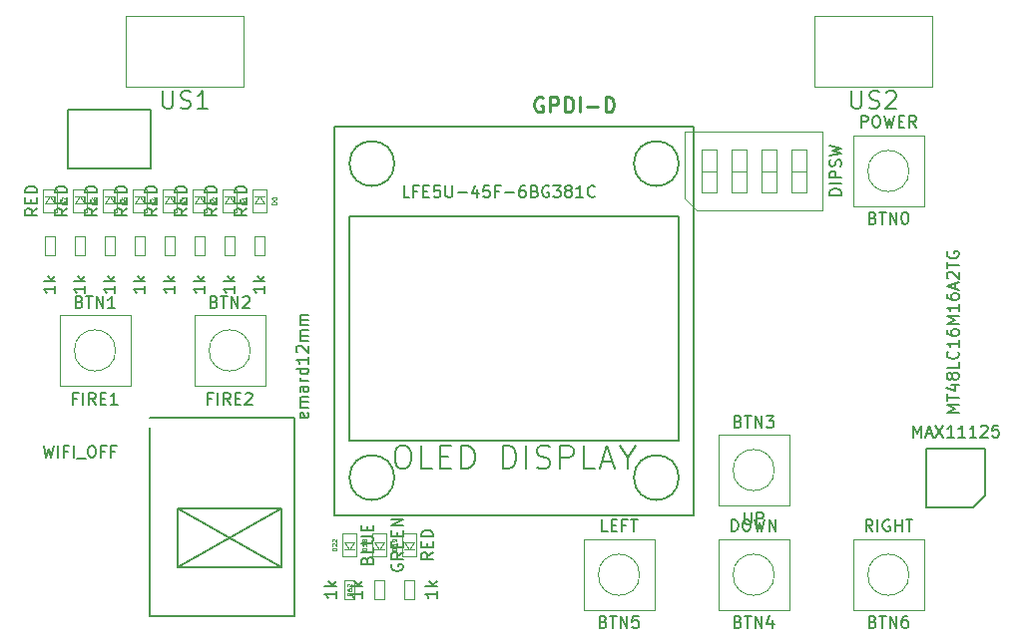
<source format=gbr>
G04 #@! TF.FileFunction,Other,Fab,Top*
%FSLAX46Y46*%
G04 Gerber Fmt 4.6, Leading zero omitted, Abs format (unit mm)*
G04 Created by KiCad (PCBNEW 4.0.7+dfsg1-1) date Tue Jan  9 10:34:10 2018*
%MOMM*%
%LPD*%
G01*
G04 APERTURE LIST*
%ADD10C,0.100000*%
%ADD11C,0.150000*%
%ADD12C,0.075000*%
%ADD13C,0.254000*%
G04 APERTURE END LIST*
D10*
X127990000Y-108880000D02*
X128790000Y-108880000D01*
X127990000Y-110480000D02*
X127990000Y-108880000D01*
X128790000Y-110480000D02*
X127990000Y-110480000D01*
X128790000Y-108880000D02*
X128790000Y-110480000D01*
X131330000Y-110480000D02*
X130530000Y-110480000D01*
X131330000Y-108880000D02*
X131330000Y-110480000D01*
X130530000Y-108880000D02*
X131330000Y-108880000D01*
X130530000Y-110480000D02*
X130530000Y-108880000D01*
X116880000Y-60925000D02*
X116880000Y-66925000D01*
X106880000Y-60925000D02*
X116880000Y-60925000D01*
X106880000Y-66925000D02*
X106880000Y-60925000D01*
X116880000Y-66925000D02*
X106880000Y-66925000D01*
X175300000Y-60925000D02*
X175300000Y-66925000D01*
X165300000Y-60925000D02*
X175300000Y-60925000D01*
X165300000Y-66925000D02*
X165300000Y-60925000D01*
X175300000Y-66925000D02*
X165300000Y-66925000D01*
X118630000Y-81270000D02*
X117830000Y-81270000D01*
X118630000Y-79670000D02*
X118630000Y-81270000D01*
X117830000Y-79670000D02*
X118630000Y-79670000D01*
X117830000Y-81270000D02*
X117830000Y-79670000D01*
X116090000Y-81270000D02*
X115290000Y-81270000D01*
X116090000Y-79670000D02*
X116090000Y-81270000D01*
X115290000Y-79670000D02*
X116090000Y-79670000D01*
X115290000Y-81270000D02*
X115290000Y-79670000D01*
X113550000Y-81270000D02*
X112750000Y-81270000D01*
X113550000Y-79670000D02*
X113550000Y-81270000D01*
X112750000Y-79670000D02*
X113550000Y-79670000D01*
X112750000Y-81270000D02*
X112750000Y-79670000D01*
X111010000Y-81270000D02*
X110210000Y-81270000D01*
X111010000Y-79670000D02*
X111010000Y-81270000D01*
X110210000Y-79670000D02*
X111010000Y-79670000D01*
X110210000Y-81270000D02*
X110210000Y-79670000D01*
X108470000Y-81270000D02*
X107670000Y-81270000D01*
X108470000Y-79670000D02*
X108470000Y-81270000D01*
X107670000Y-79670000D02*
X108470000Y-79670000D01*
X107670000Y-81270000D02*
X107670000Y-79670000D01*
X105930000Y-81270000D02*
X105130000Y-81270000D01*
X105930000Y-79670000D02*
X105930000Y-81270000D01*
X105130000Y-79670000D02*
X105930000Y-79670000D01*
X105130000Y-81270000D02*
X105130000Y-79670000D01*
X103390000Y-81270000D02*
X102590000Y-81270000D01*
X103390000Y-79670000D02*
X103390000Y-81270000D01*
X102590000Y-79670000D02*
X103390000Y-79670000D01*
X102590000Y-81270000D02*
X102590000Y-79670000D01*
X100850000Y-81270000D02*
X100050000Y-81270000D01*
X100850000Y-79670000D02*
X100850000Y-81270000D01*
X100050000Y-79670000D02*
X100850000Y-79670000D01*
X100050000Y-81270000D02*
X100050000Y-79670000D01*
D11*
X178785000Y-102655000D02*
X174785000Y-102655000D01*
X174785000Y-102655000D02*
X174785000Y-97655000D01*
X174785000Y-97655000D02*
X179785000Y-97655000D01*
X179785000Y-97655000D02*
X179785000Y-101655000D01*
X179785000Y-101655000D02*
X178785000Y-102655000D01*
X153790000Y-73485000D02*
G75*
G03X153790000Y-73485000I-1905000J0D01*
G01*
X129660000Y-73485000D02*
G75*
G03X129660000Y-73485000I-1905000J0D01*
G01*
X129660000Y-100155000D02*
G75*
G03X129660000Y-100155000I-1905000J0D01*
G01*
X153790000Y-100155000D02*
G75*
G03X153790000Y-100155000I-1905000J0D01*
G01*
X153790000Y-77930000D02*
X153790000Y-96980000D01*
X125850000Y-77930000D02*
X153790000Y-77930000D01*
X125850000Y-96980000D02*
X125850000Y-77930000D01*
X153790000Y-96980000D02*
X125850000Y-96980000D01*
X155060000Y-70310000D02*
X155060000Y-103330000D01*
X124580000Y-70310000D02*
X155060000Y-70310000D01*
X124580000Y-103330000D02*
X124580000Y-70310000D01*
X155060000Y-103330000D02*
X124580000Y-103330000D01*
D10*
X174570000Y-77120000D02*
X174570000Y-71120000D01*
X174570000Y-71120000D02*
X168570000Y-71120000D01*
X168570000Y-71120000D02*
X168570000Y-77120000D01*
X168570000Y-77120000D02*
X174570000Y-77120000D01*
X173320714Y-74120000D02*
G75*
G03X173320714Y-74120000I-1750714J0D01*
G01*
X101260000Y-86360000D02*
X101260000Y-92360000D01*
X101260000Y-92360000D02*
X107260000Y-92360000D01*
X107260000Y-92360000D02*
X107260000Y-86360000D01*
X107260000Y-86360000D02*
X101260000Y-86360000D01*
X106010714Y-89360000D02*
G75*
G03X106010714Y-89360000I-1750714J0D01*
G01*
X112690000Y-86360000D02*
X112690000Y-92360000D01*
X112690000Y-92360000D02*
X118690000Y-92360000D01*
X118690000Y-92360000D02*
X118690000Y-86360000D01*
X118690000Y-86360000D02*
X112690000Y-86360000D01*
X117440714Y-89360000D02*
G75*
G03X117440714Y-89360000I-1750714J0D01*
G01*
X157140000Y-96520000D02*
X157140000Y-102520000D01*
X157140000Y-102520000D02*
X163140000Y-102520000D01*
X163140000Y-102520000D02*
X163140000Y-96520000D01*
X163140000Y-96520000D02*
X157140000Y-96520000D01*
X161890714Y-99520000D02*
G75*
G03X161890714Y-99520000I-1750714J0D01*
G01*
X163140000Y-111410000D02*
X163140000Y-105410000D01*
X163140000Y-105410000D02*
X157140000Y-105410000D01*
X157140000Y-105410000D02*
X157140000Y-111410000D01*
X157140000Y-111410000D02*
X163140000Y-111410000D01*
X161890714Y-108410000D02*
G75*
G03X161890714Y-108410000I-1750714J0D01*
G01*
X151710000Y-111410000D02*
X151710000Y-105410000D01*
X151710000Y-105410000D02*
X145710000Y-105410000D01*
X145710000Y-105410000D02*
X145710000Y-111410000D01*
X145710000Y-111410000D02*
X151710000Y-111410000D01*
X150460714Y-108410000D02*
G75*
G03X150460714Y-108410000I-1750714J0D01*
G01*
X174570000Y-111410000D02*
X174570000Y-105410000D01*
X174570000Y-105410000D02*
X168570000Y-105410000D01*
X168570000Y-105410000D02*
X168570000Y-111410000D01*
X168570000Y-111410000D02*
X174570000Y-111410000D01*
X173320714Y-108410000D02*
G75*
G03X173320714Y-108410000I-1750714J0D01*
G01*
X154280000Y-76460000D02*
X154280000Y-70780000D01*
X154280000Y-70780000D02*
X166000000Y-70780000D01*
X166000000Y-70780000D02*
X166000000Y-77460000D01*
X166000000Y-77460000D02*
X155280000Y-77460000D01*
X155280000Y-77460000D02*
X154280000Y-76460000D01*
X155695000Y-75930000D02*
X156965000Y-75930000D01*
X156965000Y-75930000D02*
X156965000Y-72310000D01*
X156965000Y-72310000D02*
X155695000Y-72310000D01*
X155695000Y-72310000D02*
X155695000Y-75930000D01*
X155695000Y-74120000D02*
X156965000Y-74120000D01*
X158235000Y-75930000D02*
X159505000Y-75930000D01*
X159505000Y-75930000D02*
X159505000Y-72310000D01*
X159505000Y-72310000D02*
X158235000Y-72310000D01*
X158235000Y-72310000D02*
X158235000Y-75930000D01*
X158235000Y-74120000D02*
X159505000Y-74120000D01*
X160775000Y-75930000D02*
X162045000Y-75930000D01*
X162045000Y-75930000D02*
X162045000Y-72310000D01*
X162045000Y-72310000D02*
X160775000Y-72310000D01*
X160775000Y-72310000D02*
X160775000Y-75930000D01*
X160775000Y-74120000D02*
X162045000Y-74120000D01*
X163315000Y-75930000D02*
X164585000Y-75930000D01*
X164585000Y-75930000D02*
X164585000Y-72310000D01*
X164585000Y-72310000D02*
X163315000Y-72310000D01*
X163315000Y-72310000D02*
X163315000Y-75930000D01*
X163315000Y-74120000D02*
X164585000Y-74120000D01*
X125450000Y-106270000D02*
X126250000Y-106270000D01*
X125850000Y-106270000D02*
X125450000Y-105670000D01*
X126250000Y-105670000D02*
X125850000Y-106270000D01*
X125450000Y-105670000D02*
X126250000Y-105670000D01*
X126450000Y-104870000D02*
X126450000Y-106870000D01*
X125250000Y-104870000D02*
X126450000Y-104870000D01*
X125250000Y-106870000D02*
X125250000Y-104870000D01*
X126450000Y-106870000D02*
X125250000Y-106870000D01*
X125450000Y-108880000D02*
X126250000Y-108880000D01*
X125450000Y-110480000D02*
X125450000Y-108880000D01*
X126250000Y-110480000D02*
X125450000Y-110480000D01*
X126250000Y-108880000D02*
X126250000Y-110480000D01*
X127990000Y-106270000D02*
X128790000Y-106270000D01*
X128390000Y-106270000D02*
X127990000Y-105670000D01*
X128790000Y-105670000D02*
X128390000Y-106270000D01*
X127990000Y-105670000D02*
X128790000Y-105670000D01*
X128990000Y-104870000D02*
X128990000Y-106870000D01*
X127790000Y-104870000D02*
X128990000Y-104870000D01*
X127790000Y-106870000D02*
X127790000Y-104870000D01*
X128990000Y-106870000D02*
X127790000Y-106870000D01*
X118630000Y-76260000D02*
X117830000Y-76260000D01*
X118230000Y-76260000D02*
X118630000Y-76860000D01*
X117830000Y-76860000D02*
X118230000Y-76260000D01*
X118630000Y-76860000D02*
X117830000Y-76860000D01*
X117630000Y-77660000D02*
X117630000Y-75660000D01*
X118830000Y-77660000D02*
X117630000Y-77660000D01*
X118830000Y-75660000D02*
X118830000Y-77660000D01*
X117630000Y-75660000D02*
X118830000Y-75660000D01*
X116090000Y-76260000D02*
X115290000Y-76260000D01*
X115690000Y-76260000D02*
X116090000Y-76860000D01*
X115290000Y-76860000D02*
X115690000Y-76260000D01*
X116090000Y-76860000D02*
X115290000Y-76860000D01*
X115090000Y-77660000D02*
X115090000Y-75660000D01*
X116290000Y-77660000D02*
X115090000Y-77660000D01*
X116290000Y-75660000D02*
X116290000Y-77660000D01*
X115090000Y-75660000D02*
X116290000Y-75660000D01*
X113550000Y-76260000D02*
X112750000Y-76260000D01*
X113150000Y-76260000D02*
X113550000Y-76860000D01*
X112750000Y-76860000D02*
X113150000Y-76260000D01*
X113550000Y-76860000D02*
X112750000Y-76860000D01*
X112550000Y-77660000D02*
X112550000Y-75660000D01*
X113750000Y-77660000D02*
X112550000Y-77660000D01*
X113750000Y-75660000D02*
X113750000Y-77660000D01*
X112550000Y-75660000D02*
X113750000Y-75660000D01*
X111010000Y-76260000D02*
X110210000Y-76260000D01*
X110610000Y-76260000D02*
X111010000Y-76860000D01*
X110210000Y-76860000D02*
X110610000Y-76260000D01*
X111010000Y-76860000D02*
X110210000Y-76860000D01*
X110010000Y-77660000D02*
X110010000Y-75660000D01*
X111210000Y-77660000D02*
X110010000Y-77660000D01*
X111210000Y-75660000D02*
X111210000Y-77660000D01*
X110010000Y-75660000D02*
X111210000Y-75660000D01*
X108470000Y-76260000D02*
X107670000Y-76260000D01*
X108070000Y-76260000D02*
X108470000Y-76860000D01*
X107670000Y-76860000D02*
X108070000Y-76260000D01*
X108470000Y-76860000D02*
X107670000Y-76860000D01*
X107470000Y-77660000D02*
X107470000Y-75660000D01*
X108670000Y-77660000D02*
X107470000Y-77660000D01*
X108670000Y-75660000D02*
X108670000Y-77660000D01*
X107470000Y-75660000D02*
X108670000Y-75660000D01*
X105930000Y-76260000D02*
X105130000Y-76260000D01*
X105530000Y-76260000D02*
X105930000Y-76860000D01*
X105130000Y-76860000D02*
X105530000Y-76260000D01*
X105930000Y-76860000D02*
X105130000Y-76860000D01*
X104930000Y-77660000D02*
X104930000Y-75660000D01*
X106130000Y-77660000D02*
X104930000Y-77660000D01*
X106130000Y-75660000D02*
X106130000Y-77660000D01*
X104930000Y-75660000D02*
X106130000Y-75660000D01*
X103390000Y-76260000D02*
X102590000Y-76260000D01*
X102990000Y-76260000D02*
X103390000Y-76860000D01*
X102590000Y-76860000D02*
X102990000Y-76260000D01*
X103390000Y-76860000D02*
X102590000Y-76860000D01*
X102390000Y-77660000D02*
X102390000Y-75660000D01*
X103590000Y-77660000D02*
X102390000Y-77660000D01*
X103590000Y-75660000D02*
X103590000Y-77660000D01*
X102390000Y-75660000D02*
X103590000Y-75660000D01*
X100850000Y-76260000D02*
X100050000Y-76260000D01*
X100450000Y-76260000D02*
X100850000Y-76860000D01*
X100050000Y-76860000D02*
X100450000Y-76260000D01*
X100850000Y-76860000D02*
X100050000Y-76860000D01*
X99850000Y-77660000D02*
X99850000Y-75660000D01*
X101050000Y-77660000D02*
X99850000Y-77660000D01*
X101050000Y-75660000D02*
X101050000Y-77660000D01*
X99850000Y-75660000D02*
X101050000Y-75660000D01*
X130530000Y-106270000D02*
X131330000Y-106270000D01*
X130930000Y-106270000D02*
X130530000Y-105670000D01*
X131330000Y-105670000D02*
X130930000Y-106270000D01*
X130530000Y-105670000D02*
X131330000Y-105670000D01*
X131530000Y-104870000D02*
X131530000Y-106870000D01*
X130330000Y-104870000D02*
X131530000Y-104870000D01*
X130330000Y-106870000D02*
X130330000Y-104870000D01*
X131530000Y-106870000D02*
X130330000Y-106870000D01*
D11*
X120050000Y-102800000D02*
X111250000Y-107750000D01*
X120050000Y-107750000D02*
X111250000Y-102800000D01*
X120050000Y-102800000D02*
X120050000Y-107750000D01*
X111250000Y-102800000D02*
X111250000Y-107750000D01*
X111250000Y-107750000D02*
X120050000Y-107750000D01*
X120050000Y-102800000D02*
X111250000Y-102800000D01*
X121200000Y-95100000D02*
X108900000Y-95100000D01*
X121200000Y-111900000D02*
X121200000Y-95100000D01*
X108900000Y-111900000D02*
X121200000Y-111900000D01*
X108900000Y-95950000D02*
X108900000Y-111900000D01*
X109000000Y-68920000D02*
X109000000Y-73920000D01*
X102000000Y-68920000D02*
X109000000Y-68920000D01*
X102000000Y-73920000D02*
X102000000Y-68920000D01*
X109000000Y-73920000D02*
X102000000Y-73920000D01*
X99894762Y-97448381D02*
X100132857Y-98448381D01*
X100323334Y-97734095D01*
X100513810Y-98448381D01*
X100751905Y-97448381D01*
X101132857Y-98448381D02*
X101132857Y-97448381D01*
X101942381Y-97924571D02*
X101609047Y-97924571D01*
X101609047Y-98448381D02*
X101609047Y-97448381D01*
X102085238Y-97448381D01*
X102466190Y-98448381D02*
X102466190Y-97448381D01*
X102704285Y-98543619D02*
X103466190Y-98543619D01*
X103894761Y-97448381D02*
X104085238Y-97448381D01*
X104180476Y-97496000D01*
X104275714Y-97591238D01*
X104323333Y-97781714D01*
X104323333Y-98115048D01*
X104275714Y-98305524D01*
X104180476Y-98400762D01*
X104085238Y-98448381D01*
X103894761Y-98448381D01*
X103799523Y-98400762D01*
X103704285Y-98305524D01*
X103656666Y-98115048D01*
X103656666Y-97781714D01*
X103704285Y-97591238D01*
X103799523Y-97496000D01*
X103894761Y-97448381D01*
X105085238Y-97924571D02*
X104751904Y-97924571D01*
X104751904Y-98448381D02*
X104751904Y-97448381D01*
X105228095Y-97448381D01*
X105942381Y-97924571D02*
X105609047Y-97924571D01*
X105609047Y-98448381D02*
X105609047Y-97448381D01*
X106085238Y-97448381D01*
X126942381Y-109799047D02*
X126942381Y-110370476D01*
X126942381Y-110084762D02*
X125942381Y-110084762D01*
X126085238Y-110180000D01*
X126180476Y-110275238D01*
X126228095Y-110370476D01*
X126942381Y-109370476D02*
X125942381Y-109370476D01*
X126561429Y-109275238D02*
X126942381Y-108989523D01*
X126275714Y-108989523D02*
X126656667Y-109370476D01*
X133282381Y-109799047D02*
X133282381Y-110370476D01*
X133282381Y-110084762D02*
X132282381Y-110084762D01*
X132425238Y-110180000D01*
X132520476Y-110275238D01*
X132568095Y-110370476D01*
X133282381Y-109370476D02*
X132282381Y-109370476D01*
X132901429Y-109275238D02*
X133282381Y-108989523D01*
X132615714Y-108989523D02*
X132996667Y-109370476D01*
X110022858Y-67329571D02*
X110022858Y-68543857D01*
X110094286Y-68686714D01*
X110165715Y-68758143D01*
X110308572Y-68829571D01*
X110594286Y-68829571D01*
X110737144Y-68758143D01*
X110808572Y-68686714D01*
X110880001Y-68543857D01*
X110880001Y-67329571D01*
X111522858Y-68758143D02*
X111737144Y-68829571D01*
X112094287Y-68829571D01*
X112237144Y-68758143D01*
X112308573Y-68686714D01*
X112380001Y-68543857D01*
X112380001Y-68401000D01*
X112308573Y-68258143D01*
X112237144Y-68186714D01*
X112094287Y-68115286D01*
X111808573Y-68043857D01*
X111665715Y-67972429D01*
X111594287Y-67901000D01*
X111522858Y-67758143D01*
X111522858Y-67615286D01*
X111594287Y-67472429D01*
X111665715Y-67401000D01*
X111808573Y-67329571D01*
X112165715Y-67329571D01*
X112380001Y-67401000D01*
X113808572Y-68829571D02*
X112951429Y-68829571D01*
X113380001Y-68829571D02*
X113380001Y-67329571D01*
X113237144Y-67543857D01*
X113094286Y-67686714D01*
X112951429Y-67758143D01*
X168442858Y-67329571D02*
X168442858Y-68543857D01*
X168514286Y-68686714D01*
X168585715Y-68758143D01*
X168728572Y-68829571D01*
X169014286Y-68829571D01*
X169157144Y-68758143D01*
X169228572Y-68686714D01*
X169300001Y-68543857D01*
X169300001Y-67329571D01*
X169942858Y-68758143D02*
X170157144Y-68829571D01*
X170514287Y-68829571D01*
X170657144Y-68758143D01*
X170728573Y-68686714D01*
X170800001Y-68543857D01*
X170800001Y-68401000D01*
X170728573Y-68258143D01*
X170657144Y-68186714D01*
X170514287Y-68115286D01*
X170228573Y-68043857D01*
X170085715Y-67972429D01*
X170014287Y-67901000D01*
X169942858Y-67758143D01*
X169942858Y-67615286D01*
X170014287Y-67472429D01*
X170085715Y-67401000D01*
X170228573Y-67329571D01*
X170585715Y-67329571D01*
X170800001Y-67401000D01*
X171371429Y-67472429D02*
X171442858Y-67401000D01*
X171585715Y-67329571D01*
X171942858Y-67329571D01*
X172085715Y-67401000D01*
X172157144Y-67472429D01*
X172228572Y-67615286D01*
X172228572Y-67758143D01*
X172157144Y-67972429D01*
X171300001Y-68829571D01*
X172228572Y-68829571D01*
X118682381Y-83891047D02*
X118682381Y-84462476D01*
X118682381Y-84176762D02*
X117682381Y-84176762D01*
X117825238Y-84272000D01*
X117920476Y-84367238D01*
X117968095Y-84462476D01*
X118682381Y-83462476D02*
X117682381Y-83462476D01*
X118301429Y-83367238D02*
X118682381Y-83081523D01*
X118015714Y-83081523D02*
X118396667Y-83462476D01*
X116142381Y-83891047D02*
X116142381Y-84462476D01*
X116142381Y-84176762D02*
X115142381Y-84176762D01*
X115285238Y-84272000D01*
X115380476Y-84367238D01*
X115428095Y-84462476D01*
X116142381Y-83462476D02*
X115142381Y-83462476D01*
X115761429Y-83367238D02*
X116142381Y-83081523D01*
X115475714Y-83081523D02*
X115856667Y-83462476D01*
X113602381Y-83891047D02*
X113602381Y-84462476D01*
X113602381Y-84176762D02*
X112602381Y-84176762D01*
X112745238Y-84272000D01*
X112840476Y-84367238D01*
X112888095Y-84462476D01*
X113602381Y-83462476D02*
X112602381Y-83462476D01*
X113221429Y-83367238D02*
X113602381Y-83081523D01*
X112935714Y-83081523D02*
X113316667Y-83462476D01*
X111062381Y-83891047D02*
X111062381Y-84462476D01*
X111062381Y-84176762D02*
X110062381Y-84176762D01*
X110205238Y-84272000D01*
X110300476Y-84367238D01*
X110348095Y-84462476D01*
X111062381Y-83462476D02*
X110062381Y-83462476D01*
X110681429Y-83367238D02*
X111062381Y-83081523D01*
X110395714Y-83081523D02*
X110776667Y-83462476D01*
X108522381Y-83891047D02*
X108522381Y-84462476D01*
X108522381Y-84176762D02*
X107522381Y-84176762D01*
X107665238Y-84272000D01*
X107760476Y-84367238D01*
X107808095Y-84462476D01*
X108522381Y-83462476D02*
X107522381Y-83462476D01*
X108141429Y-83367238D02*
X108522381Y-83081523D01*
X107855714Y-83081523D02*
X108236667Y-83462476D01*
X105982381Y-83891047D02*
X105982381Y-84462476D01*
X105982381Y-84176762D02*
X104982381Y-84176762D01*
X105125238Y-84272000D01*
X105220476Y-84367238D01*
X105268095Y-84462476D01*
X105982381Y-83462476D02*
X104982381Y-83462476D01*
X105601429Y-83367238D02*
X105982381Y-83081523D01*
X105315714Y-83081523D02*
X105696667Y-83462476D01*
X103442381Y-83891047D02*
X103442381Y-84462476D01*
X103442381Y-84176762D02*
X102442381Y-84176762D01*
X102585238Y-84272000D01*
X102680476Y-84367238D01*
X102728095Y-84462476D01*
X103442381Y-83462476D02*
X102442381Y-83462476D01*
X103061429Y-83367238D02*
X103442381Y-83081523D01*
X102775714Y-83081523D02*
X103156667Y-83462476D01*
X100902381Y-83891047D02*
X100902381Y-84462476D01*
X100902381Y-84176762D02*
X99902381Y-84176762D01*
X100045238Y-84272000D01*
X100140476Y-84367238D01*
X100188095Y-84462476D01*
X100902381Y-83462476D02*
X99902381Y-83462476D01*
X100521429Y-83367238D02*
X100902381Y-83081523D01*
X100235714Y-83081523D02*
X100616667Y-83462476D01*
X173665952Y-96732381D02*
X173665952Y-95732381D01*
X173999286Y-96446667D01*
X174332619Y-95732381D01*
X174332619Y-96732381D01*
X174761190Y-96446667D02*
X175237381Y-96446667D01*
X174665952Y-96732381D02*
X174999285Y-95732381D01*
X175332619Y-96732381D01*
X175570714Y-95732381D02*
X176237381Y-96732381D01*
X176237381Y-95732381D02*
X175570714Y-96732381D01*
X177142143Y-96732381D02*
X176570714Y-96732381D01*
X176856428Y-96732381D02*
X176856428Y-95732381D01*
X176761190Y-95875238D01*
X176665952Y-95970476D01*
X176570714Y-96018095D01*
X178094524Y-96732381D02*
X177523095Y-96732381D01*
X177808809Y-96732381D02*
X177808809Y-95732381D01*
X177713571Y-95875238D01*
X177618333Y-95970476D01*
X177523095Y-96018095D01*
X179046905Y-96732381D02*
X178475476Y-96732381D01*
X178761190Y-96732381D02*
X178761190Y-95732381D01*
X178665952Y-95875238D01*
X178570714Y-95970476D01*
X178475476Y-96018095D01*
X179427857Y-95827619D02*
X179475476Y-95780000D01*
X179570714Y-95732381D01*
X179808810Y-95732381D01*
X179904048Y-95780000D01*
X179951667Y-95827619D01*
X179999286Y-95922857D01*
X179999286Y-96018095D01*
X179951667Y-96160952D01*
X179380238Y-96732381D01*
X179999286Y-96732381D01*
X180904048Y-95732381D02*
X180427857Y-95732381D01*
X180380238Y-96208571D01*
X180427857Y-96160952D01*
X180523095Y-96113333D01*
X180761191Y-96113333D01*
X180856429Y-96160952D01*
X180904048Y-96208571D01*
X180951667Y-96303810D01*
X180951667Y-96541905D01*
X180904048Y-96637143D01*
X180856429Y-96684762D01*
X180761191Y-96732381D01*
X180523095Y-96732381D01*
X180427857Y-96684762D01*
X180380238Y-96637143D01*
X130200952Y-97408762D02*
X130581904Y-97408762D01*
X130772380Y-97504000D01*
X130962857Y-97694476D01*
X131058095Y-98075429D01*
X131058095Y-98742095D01*
X130962857Y-99123048D01*
X130772380Y-99313524D01*
X130581904Y-99408762D01*
X130200952Y-99408762D01*
X130010476Y-99313524D01*
X129819999Y-99123048D01*
X129724761Y-98742095D01*
X129724761Y-98075429D01*
X129819999Y-97694476D01*
X130010476Y-97504000D01*
X130200952Y-97408762D01*
X132867618Y-99408762D02*
X131915237Y-99408762D01*
X131915237Y-97408762D01*
X133534285Y-98361143D02*
X134200952Y-98361143D01*
X134486666Y-99408762D02*
X133534285Y-99408762D01*
X133534285Y-97408762D01*
X134486666Y-97408762D01*
X135343809Y-99408762D02*
X135343809Y-97408762D01*
X135820000Y-97408762D01*
X136105714Y-97504000D01*
X136296190Y-97694476D01*
X136391429Y-97884952D01*
X136486667Y-98265905D01*
X136486667Y-98551619D01*
X136391429Y-98932571D01*
X136296190Y-99123048D01*
X136105714Y-99313524D01*
X135820000Y-99408762D01*
X135343809Y-99408762D01*
X138867619Y-99408762D02*
X138867619Y-97408762D01*
X139343810Y-97408762D01*
X139629524Y-97504000D01*
X139820000Y-97694476D01*
X139915239Y-97884952D01*
X140010477Y-98265905D01*
X140010477Y-98551619D01*
X139915239Y-98932571D01*
X139820000Y-99123048D01*
X139629524Y-99313524D01*
X139343810Y-99408762D01*
X138867619Y-99408762D01*
X140867619Y-99408762D02*
X140867619Y-97408762D01*
X141724762Y-99313524D02*
X142010477Y-99408762D01*
X142486667Y-99408762D01*
X142677143Y-99313524D01*
X142772381Y-99218286D01*
X142867620Y-99027810D01*
X142867620Y-98837333D01*
X142772381Y-98646857D01*
X142677143Y-98551619D01*
X142486667Y-98456381D01*
X142105715Y-98361143D01*
X141915239Y-98265905D01*
X141820000Y-98170667D01*
X141724762Y-97980190D01*
X141724762Y-97789714D01*
X141820000Y-97599238D01*
X141915239Y-97504000D01*
X142105715Y-97408762D01*
X142581905Y-97408762D01*
X142867620Y-97504000D01*
X143724762Y-99408762D02*
X143724762Y-97408762D01*
X144486667Y-97408762D01*
X144677143Y-97504000D01*
X144772382Y-97599238D01*
X144867620Y-97789714D01*
X144867620Y-98075429D01*
X144772382Y-98265905D01*
X144677143Y-98361143D01*
X144486667Y-98456381D01*
X143724762Y-98456381D01*
X146677143Y-99408762D02*
X145724762Y-99408762D01*
X145724762Y-97408762D01*
X147248572Y-98837333D02*
X148200953Y-98837333D01*
X147058096Y-99408762D02*
X147724763Y-97408762D01*
X148391430Y-99408762D01*
X149439049Y-98456381D02*
X149439049Y-99408762D01*
X148772382Y-97408762D02*
X149439049Y-98456381D01*
X150105716Y-97408762D01*
X169260476Y-70422381D02*
X169260476Y-69422381D01*
X169641429Y-69422381D01*
X169736667Y-69470000D01*
X169784286Y-69517619D01*
X169831905Y-69612857D01*
X169831905Y-69755714D01*
X169784286Y-69850952D01*
X169736667Y-69898571D01*
X169641429Y-69946190D01*
X169260476Y-69946190D01*
X170450952Y-69422381D02*
X170641429Y-69422381D01*
X170736667Y-69470000D01*
X170831905Y-69565238D01*
X170879524Y-69755714D01*
X170879524Y-70089048D01*
X170831905Y-70279524D01*
X170736667Y-70374762D01*
X170641429Y-70422381D01*
X170450952Y-70422381D01*
X170355714Y-70374762D01*
X170260476Y-70279524D01*
X170212857Y-70089048D01*
X170212857Y-69755714D01*
X170260476Y-69565238D01*
X170355714Y-69470000D01*
X170450952Y-69422381D01*
X171212857Y-69422381D02*
X171450952Y-70422381D01*
X171641429Y-69708095D01*
X171831905Y-70422381D01*
X172070000Y-69422381D01*
X172450952Y-69898571D02*
X172784286Y-69898571D01*
X172927143Y-70422381D02*
X172450952Y-70422381D01*
X172450952Y-69422381D01*
X172927143Y-69422381D01*
X173927143Y-70422381D02*
X173593809Y-69946190D01*
X173355714Y-70422381D02*
X173355714Y-69422381D01*
X173736667Y-69422381D01*
X173831905Y-69470000D01*
X173879524Y-69517619D01*
X173927143Y-69612857D01*
X173927143Y-69755714D01*
X173879524Y-69850952D01*
X173831905Y-69898571D01*
X173736667Y-69946190D01*
X173355714Y-69946190D01*
X170260477Y-78098571D02*
X170403334Y-78146190D01*
X170450953Y-78193810D01*
X170498572Y-78289048D01*
X170498572Y-78431905D01*
X170450953Y-78527143D01*
X170403334Y-78574762D01*
X170308096Y-78622381D01*
X169927143Y-78622381D01*
X169927143Y-77622381D01*
X170260477Y-77622381D01*
X170355715Y-77670000D01*
X170403334Y-77717619D01*
X170450953Y-77812857D01*
X170450953Y-77908095D01*
X170403334Y-78003333D01*
X170355715Y-78050952D01*
X170260477Y-78098571D01*
X169927143Y-78098571D01*
X170784286Y-77622381D02*
X171355715Y-77622381D01*
X171070000Y-78622381D02*
X171070000Y-77622381D01*
X171689048Y-78622381D02*
X171689048Y-77622381D01*
X172260477Y-78622381D01*
X172260477Y-77622381D01*
X172927143Y-77622381D02*
X173022382Y-77622381D01*
X173117620Y-77670000D01*
X173165239Y-77717619D01*
X173212858Y-77812857D01*
X173260477Y-78003333D01*
X173260477Y-78241429D01*
X173212858Y-78431905D01*
X173165239Y-78527143D01*
X173117620Y-78574762D01*
X173022382Y-78622381D01*
X172927143Y-78622381D01*
X172831905Y-78574762D01*
X172784286Y-78527143D01*
X172736667Y-78431905D01*
X172689048Y-78241429D01*
X172689048Y-78003333D01*
X172736667Y-77812857D01*
X172784286Y-77717619D01*
X172831905Y-77670000D01*
X172927143Y-77622381D01*
X102736191Y-93438571D02*
X102402857Y-93438571D01*
X102402857Y-93962381D02*
X102402857Y-92962381D01*
X102879048Y-92962381D01*
X103260000Y-93962381D02*
X103260000Y-92962381D01*
X104307619Y-93962381D02*
X103974285Y-93486190D01*
X103736190Y-93962381D02*
X103736190Y-92962381D01*
X104117143Y-92962381D01*
X104212381Y-93010000D01*
X104260000Y-93057619D01*
X104307619Y-93152857D01*
X104307619Y-93295714D01*
X104260000Y-93390952D01*
X104212381Y-93438571D01*
X104117143Y-93486190D01*
X103736190Y-93486190D01*
X104736190Y-93438571D02*
X105069524Y-93438571D01*
X105212381Y-93962381D02*
X104736190Y-93962381D01*
X104736190Y-92962381D01*
X105212381Y-92962381D01*
X106164762Y-93962381D02*
X105593333Y-93962381D01*
X105879047Y-93962381D02*
X105879047Y-92962381D01*
X105783809Y-93105238D01*
X105688571Y-93200476D01*
X105593333Y-93248095D01*
X102950477Y-85238571D02*
X103093334Y-85286190D01*
X103140953Y-85333810D01*
X103188572Y-85429048D01*
X103188572Y-85571905D01*
X103140953Y-85667143D01*
X103093334Y-85714762D01*
X102998096Y-85762381D01*
X102617143Y-85762381D01*
X102617143Y-84762381D01*
X102950477Y-84762381D01*
X103045715Y-84810000D01*
X103093334Y-84857619D01*
X103140953Y-84952857D01*
X103140953Y-85048095D01*
X103093334Y-85143333D01*
X103045715Y-85190952D01*
X102950477Y-85238571D01*
X102617143Y-85238571D01*
X103474286Y-84762381D02*
X104045715Y-84762381D01*
X103760000Y-85762381D02*
X103760000Y-84762381D01*
X104379048Y-85762381D02*
X104379048Y-84762381D01*
X104950477Y-85762381D01*
X104950477Y-84762381D01*
X105950477Y-85762381D02*
X105379048Y-85762381D01*
X105664762Y-85762381D02*
X105664762Y-84762381D01*
X105569524Y-84905238D01*
X105474286Y-85000476D01*
X105379048Y-85048095D01*
X114166191Y-93438571D02*
X113832857Y-93438571D01*
X113832857Y-93962381D02*
X113832857Y-92962381D01*
X114309048Y-92962381D01*
X114690000Y-93962381D02*
X114690000Y-92962381D01*
X115737619Y-93962381D02*
X115404285Y-93486190D01*
X115166190Y-93962381D02*
X115166190Y-92962381D01*
X115547143Y-92962381D01*
X115642381Y-93010000D01*
X115690000Y-93057619D01*
X115737619Y-93152857D01*
X115737619Y-93295714D01*
X115690000Y-93390952D01*
X115642381Y-93438571D01*
X115547143Y-93486190D01*
X115166190Y-93486190D01*
X116166190Y-93438571D02*
X116499524Y-93438571D01*
X116642381Y-93962381D02*
X116166190Y-93962381D01*
X116166190Y-92962381D01*
X116642381Y-92962381D01*
X117023333Y-93057619D02*
X117070952Y-93010000D01*
X117166190Y-92962381D01*
X117404286Y-92962381D01*
X117499524Y-93010000D01*
X117547143Y-93057619D01*
X117594762Y-93152857D01*
X117594762Y-93248095D01*
X117547143Y-93390952D01*
X116975714Y-93962381D01*
X117594762Y-93962381D01*
X114380477Y-85238571D02*
X114523334Y-85286190D01*
X114570953Y-85333810D01*
X114618572Y-85429048D01*
X114618572Y-85571905D01*
X114570953Y-85667143D01*
X114523334Y-85714762D01*
X114428096Y-85762381D01*
X114047143Y-85762381D01*
X114047143Y-84762381D01*
X114380477Y-84762381D01*
X114475715Y-84810000D01*
X114523334Y-84857619D01*
X114570953Y-84952857D01*
X114570953Y-85048095D01*
X114523334Y-85143333D01*
X114475715Y-85190952D01*
X114380477Y-85238571D01*
X114047143Y-85238571D01*
X114904286Y-84762381D02*
X115475715Y-84762381D01*
X115190000Y-85762381D02*
X115190000Y-84762381D01*
X115809048Y-85762381D02*
X115809048Y-84762381D01*
X116380477Y-85762381D01*
X116380477Y-84762381D01*
X116809048Y-84857619D02*
X116856667Y-84810000D01*
X116951905Y-84762381D01*
X117190001Y-84762381D01*
X117285239Y-84810000D01*
X117332858Y-84857619D01*
X117380477Y-84952857D01*
X117380477Y-85048095D01*
X117332858Y-85190952D01*
X116761429Y-85762381D01*
X117380477Y-85762381D01*
X159354286Y-103122381D02*
X159354286Y-103931905D01*
X159401905Y-104027143D01*
X159449524Y-104074762D01*
X159544762Y-104122381D01*
X159735239Y-104122381D01*
X159830477Y-104074762D01*
X159878096Y-104027143D01*
X159925715Y-103931905D01*
X159925715Y-103122381D01*
X160401905Y-104122381D02*
X160401905Y-103122381D01*
X160782858Y-103122381D01*
X160878096Y-103170000D01*
X160925715Y-103217619D01*
X160973334Y-103312857D01*
X160973334Y-103455714D01*
X160925715Y-103550952D01*
X160878096Y-103598571D01*
X160782858Y-103646190D01*
X160401905Y-103646190D01*
X158830477Y-95398571D02*
X158973334Y-95446190D01*
X159020953Y-95493810D01*
X159068572Y-95589048D01*
X159068572Y-95731905D01*
X159020953Y-95827143D01*
X158973334Y-95874762D01*
X158878096Y-95922381D01*
X158497143Y-95922381D01*
X158497143Y-94922381D01*
X158830477Y-94922381D01*
X158925715Y-94970000D01*
X158973334Y-95017619D01*
X159020953Y-95112857D01*
X159020953Y-95208095D01*
X158973334Y-95303333D01*
X158925715Y-95350952D01*
X158830477Y-95398571D01*
X158497143Y-95398571D01*
X159354286Y-94922381D02*
X159925715Y-94922381D01*
X159640000Y-95922381D02*
X159640000Y-94922381D01*
X160259048Y-95922381D02*
X160259048Y-94922381D01*
X160830477Y-95922381D01*
X160830477Y-94922381D01*
X161211429Y-94922381D02*
X161830477Y-94922381D01*
X161497143Y-95303333D01*
X161640001Y-95303333D01*
X161735239Y-95350952D01*
X161782858Y-95398571D01*
X161830477Y-95493810D01*
X161830477Y-95731905D01*
X161782858Y-95827143D01*
X161735239Y-95874762D01*
X161640001Y-95922381D01*
X161354286Y-95922381D01*
X161259048Y-95874762D01*
X161211429Y-95827143D01*
X158259048Y-104712381D02*
X158259048Y-103712381D01*
X158497143Y-103712381D01*
X158640001Y-103760000D01*
X158735239Y-103855238D01*
X158782858Y-103950476D01*
X158830477Y-104140952D01*
X158830477Y-104283810D01*
X158782858Y-104474286D01*
X158735239Y-104569524D01*
X158640001Y-104664762D01*
X158497143Y-104712381D01*
X158259048Y-104712381D01*
X159449524Y-103712381D02*
X159640001Y-103712381D01*
X159735239Y-103760000D01*
X159830477Y-103855238D01*
X159878096Y-104045714D01*
X159878096Y-104379048D01*
X159830477Y-104569524D01*
X159735239Y-104664762D01*
X159640001Y-104712381D01*
X159449524Y-104712381D01*
X159354286Y-104664762D01*
X159259048Y-104569524D01*
X159211429Y-104379048D01*
X159211429Y-104045714D01*
X159259048Y-103855238D01*
X159354286Y-103760000D01*
X159449524Y-103712381D01*
X160211429Y-103712381D02*
X160449524Y-104712381D01*
X160640001Y-103998095D01*
X160830477Y-104712381D01*
X161068572Y-103712381D01*
X161449524Y-104712381D02*
X161449524Y-103712381D01*
X162020953Y-104712381D01*
X162020953Y-103712381D01*
X158830477Y-112388571D02*
X158973334Y-112436190D01*
X159020953Y-112483810D01*
X159068572Y-112579048D01*
X159068572Y-112721905D01*
X159020953Y-112817143D01*
X158973334Y-112864762D01*
X158878096Y-112912381D01*
X158497143Y-112912381D01*
X158497143Y-111912381D01*
X158830477Y-111912381D01*
X158925715Y-111960000D01*
X158973334Y-112007619D01*
X159020953Y-112102857D01*
X159020953Y-112198095D01*
X158973334Y-112293333D01*
X158925715Y-112340952D01*
X158830477Y-112388571D01*
X158497143Y-112388571D01*
X159354286Y-111912381D02*
X159925715Y-111912381D01*
X159640000Y-112912381D02*
X159640000Y-111912381D01*
X160259048Y-112912381D02*
X160259048Y-111912381D01*
X160830477Y-112912381D01*
X160830477Y-111912381D01*
X161735239Y-112245714D02*
X161735239Y-112912381D01*
X161497143Y-111864762D02*
X161259048Y-112579048D01*
X161878096Y-112579048D01*
X147757619Y-104712381D02*
X147281428Y-104712381D01*
X147281428Y-103712381D01*
X148090952Y-104188571D02*
X148424286Y-104188571D01*
X148567143Y-104712381D02*
X148090952Y-104712381D01*
X148090952Y-103712381D01*
X148567143Y-103712381D01*
X149329048Y-104188571D02*
X148995714Y-104188571D01*
X148995714Y-104712381D02*
X148995714Y-103712381D01*
X149471905Y-103712381D01*
X149710000Y-103712381D02*
X150281429Y-103712381D01*
X149995714Y-104712381D02*
X149995714Y-103712381D01*
X147400477Y-112388571D02*
X147543334Y-112436190D01*
X147590953Y-112483810D01*
X147638572Y-112579048D01*
X147638572Y-112721905D01*
X147590953Y-112817143D01*
X147543334Y-112864762D01*
X147448096Y-112912381D01*
X147067143Y-112912381D01*
X147067143Y-111912381D01*
X147400477Y-111912381D01*
X147495715Y-111960000D01*
X147543334Y-112007619D01*
X147590953Y-112102857D01*
X147590953Y-112198095D01*
X147543334Y-112293333D01*
X147495715Y-112340952D01*
X147400477Y-112388571D01*
X147067143Y-112388571D01*
X147924286Y-111912381D02*
X148495715Y-111912381D01*
X148210000Y-112912381D02*
X148210000Y-111912381D01*
X148829048Y-112912381D02*
X148829048Y-111912381D01*
X149400477Y-112912381D01*
X149400477Y-111912381D01*
X150352858Y-111912381D02*
X149876667Y-111912381D01*
X149829048Y-112388571D01*
X149876667Y-112340952D01*
X149971905Y-112293333D01*
X150210001Y-112293333D01*
X150305239Y-112340952D01*
X150352858Y-112388571D01*
X150400477Y-112483810D01*
X150400477Y-112721905D01*
X150352858Y-112817143D01*
X150305239Y-112864762D01*
X150210001Y-112912381D01*
X149971905Y-112912381D01*
X149876667Y-112864762D01*
X149829048Y-112817143D01*
X170236667Y-104712381D02*
X169903333Y-104236190D01*
X169665238Y-104712381D02*
X169665238Y-103712381D01*
X170046191Y-103712381D01*
X170141429Y-103760000D01*
X170189048Y-103807619D01*
X170236667Y-103902857D01*
X170236667Y-104045714D01*
X170189048Y-104140952D01*
X170141429Y-104188571D01*
X170046191Y-104236190D01*
X169665238Y-104236190D01*
X170665238Y-104712381D02*
X170665238Y-103712381D01*
X171665238Y-103760000D02*
X171570000Y-103712381D01*
X171427143Y-103712381D01*
X171284285Y-103760000D01*
X171189047Y-103855238D01*
X171141428Y-103950476D01*
X171093809Y-104140952D01*
X171093809Y-104283810D01*
X171141428Y-104474286D01*
X171189047Y-104569524D01*
X171284285Y-104664762D01*
X171427143Y-104712381D01*
X171522381Y-104712381D01*
X171665238Y-104664762D01*
X171712857Y-104617143D01*
X171712857Y-104283810D01*
X171522381Y-104283810D01*
X172141428Y-104712381D02*
X172141428Y-103712381D01*
X172141428Y-104188571D02*
X172712857Y-104188571D01*
X172712857Y-104712381D02*
X172712857Y-103712381D01*
X173046190Y-103712381D02*
X173617619Y-103712381D01*
X173331904Y-104712381D02*
X173331904Y-103712381D01*
X170260477Y-112388571D02*
X170403334Y-112436190D01*
X170450953Y-112483810D01*
X170498572Y-112579048D01*
X170498572Y-112721905D01*
X170450953Y-112817143D01*
X170403334Y-112864762D01*
X170308096Y-112912381D01*
X169927143Y-112912381D01*
X169927143Y-111912381D01*
X170260477Y-111912381D01*
X170355715Y-111960000D01*
X170403334Y-112007619D01*
X170450953Y-112102857D01*
X170450953Y-112198095D01*
X170403334Y-112293333D01*
X170355715Y-112340952D01*
X170260477Y-112388571D01*
X169927143Y-112388571D01*
X170784286Y-111912381D02*
X171355715Y-111912381D01*
X171070000Y-112912381D02*
X171070000Y-111912381D01*
X171689048Y-112912381D02*
X171689048Y-111912381D01*
X172260477Y-112912381D01*
X172260477Y-111912381D01*
X173165239Y-111912381D02*
X172974762Y-111912381D01*
X172879524Y-111960000D01*
X172831905Y-112007619D01*
X172736667Y-112150476D01*
X172689048Y-112340952D01*
X172689048Y-112721905D01*
X172736667Y-112817143D01*
X172784286Y-112864762D01*
X172879524Y-112912381D01*
X173070001Y-112912381D01*
X173165239Y-112864762D01*
X173212858Y-112817143D01*
X173260477Y-112721905D01*
X173260477Y-112483810D01*
X173212858Y-112388571D01*
X173165239Y-112340952D01*
X173070001Y-112293333D01*
X172879524Y-112293333D01*
X172784286Y-112340952D01*
X172736667Y-112388571D01*
X172689048Y-112483810D01*
X167572381Y-76167619D02*
X166572381Y-76167619D01*
X166572381Y-75929524D01*
X166620000Y-75786666D01*
X166715238Y-75691428D01*
X166810476Y-75643809D01*
X167000952Y-75596190D01*
X167143810Y-75596190D01*
X167334286Y-75643809D01*
X167429524Y-75691428D01*
X167524762Y-75786666D01*
X167572381Y-75929524D01*
X167572381Y-76167619D01*
X167572381Y-75167619D02*
X166572381Y-75167619D01*
X167572381Y-74691429D02*
X166572381Y-74691429D01*
X166572381Y-74310476D01*
X166620000Y-74215238D01*
X166667619Y-74167619D01*
X166762857Y-74120000D01*
X166905714Y-74120000D01*
X167000952Y-74167619D01*
X167048571Y-74215238D01*
X167096190Y-74310476D01*
X167096190Y-74691429D01*
X167524762Y-73739048D02*
X167572381Y-73596191D01*
X167572381Y-73358095D01*
X167524762Y-73262857D01*
X167477143Y-73215238D01*
X167381905Y-73167619D01*
X167286667Y-73167619D01*
X167191429Y-73215238D01*
X167143810Y-73262857D01*
X167096190Y-73358095D01*
X167048571Y-73548572D01*
X167000952Y-73643810D01*
X166953333Y-73691429D01*
X166858095Y-73739048D01*
X166762857Y-73739048D01*
X166667619Y-73691429D01*
X166620000Y-73643810D01*
X166572381Y-73548572D01*
X166572381Y-73310476D01*
X166620000Y-73167619D01*
X166572381Y-72834286D02*
X167572381Y-72596191D01*
X166858095Y-72405714D01*
X167572381Y-72215238D01*
X166572381Y-71977143D01*
X130954762Y-76350381D02*
X130478571Y-76350381D01*
X130478571Y-75350381D01*
X131621429Y-75826571D02*
X131288095Y-75826571D01*
X131288095Y-76350381D02*
X131288095Y-75350381D01*
X131764286Y-75350381D01*
X132145238Y-75826571D02*
X132478572Y-75826571D01*
X132621429Y-76350381D02*
X132145238Y-76350381D01*
X132145238Y-75350381D01*
X132621429Y-75350381D01*
X133526191Y-75350381D02*
X133050000Y-75350381D01*
X133002381Y-75826571D01*
X133050000Y-75778952D01*
X133145238Y-75731333D01*
X133383334Y-75731333D01*
X133478572Y-75778952D01*
X133526191Y-75826571D01*
X133573810Y-75921810D01*
X133573810Y-76159905D01*
X133526191Y-76255143D01*
X133478572Y-76302762D01*
X133383334Y-76350381D01*
X133145238Y-76350381D01*
X133050000Y-76302762D01*
X133002381Y-76255143D01*
X134002381Y-75350381D02*
X134002381Y-76159905D01*
X134050000Y-76255143D01*
X134097619Y-76302762D01*
X134192857Y-76350381D01*
X134383334Y-76350381D01*
X134478572Y-76302762D01*
X134526191Y-76255143D01*
X134573810Y-76159905D01*
X134573810Y-75350381D01*
X135050000Y-75969429D02*
X135811905Y-75969429D01*
X136716667Y-75683714D02*
X136716667Y-76350381D01*
X136478571Y-75302762D02*
X136240476Y-76017048D01*
X136859524Y-76017048D01*
X137716667Y-75350381D02*
X137240476Y-75350381D01*
X137192857Y-75826571D01*
X137240476Y-75778952D01*
X137335714Y-75731333D01*
X137573810Y-75731333D01*
X137669048Y-75778952D01*
X137716667Y-75826571D01*
X137764286Y-75921810D01*
X137764286Y-76159905D01*
X137716667Y-76255143D01*
X137669048Y-76302762D01*
X137573810Y-76350381D01*
X137335714Y-76350381D01*
X137240476Y-76302762D01*
X137192857Y-76255143D01*
X138526191Y-75826571D02*
X138192857Y-75826571D01*
X138192857Y-76350381D02*
X138192857Y-75350381D01*
X138669048Y-75350381D01*
X139050000Y-75969429D02*
X139811905Y-75969429D01*
X140716667Y-75350381D02*
X140526190Y-75350381D01*
X140430952Y-75398000D01*
X140383333Y-75445619D01*
X140288095Y-75588476D01*
X140240476Y-75778952D01*
X140240476Y-76159905D01*
X140288095Y-76255143D01*
X140335714Y-76302762D01*
X140430952Y-76350381D01*
X140621429Y-76350381D01*
X140716667Y-76302762D01*
X140764286Y-76255143D01*
X140811905Y-76159905D01*
X140811905Y-75921810D01*
X140764286Y-75826571D01*
X140716667Y-75778952D01*
X140621429Y-75731333D01*
X140430952Y-75731333D01*
X140335714Y-75778952D01*
X140288095Y-75826571D01*
X140240476Y-75921810D01*
X141573810Y-75826571D02*
X141716667Y-75874190D01*
X141764286Y-75921810D01*
X141811905Y-76017048D01*
X141811905Y-76159905D01*
X141764286Y-76255143D01*
X141716667Y-76302762D01*
X141621429Y-76350381D01*
X141240476Y-76350381D01*
X141240476Y-75350381D01*
X141573810Y-75350381D01*
X141669048Y-75398000D01*
X141716667Y-75445619D01*
X141764286Y-75540857D01*
X141764286Y-75636095D01*
X141716667Y-75731333D01*
X141669048Y-75778952D01*
X141573810Y-75826571D01*
X141240476Y-75826571D01*
X142764286Y-75398000D02*
X142669048Y-75350381D01*
X142526191Y-75350381D01*
X142383333Y-75398000D01*
X142288095Y-75493238D01*
X142240476Y-75588476D01*
X142192857Y-75778952D01*
X142192857Y-75921810D01*
X142240476Y-76112286D01*
X142288095Y-76207524D01*
X142383333Y-76302762D01*
X142526191Y-76350381D01*
X142621429Y-76350381D01*
X142764286Y-76302762D01*
X142811905Y-76255143D01*
X142811905Y-75921810D01*
X142621429Y-75921810D01*
X143145238Y-75350381D02*
X143764286Y-75350381D01*
X143430952Y-75731333D01*
X143573810Y-75731333D01*
X143669048Y-75778952D01*
X143716667Y-75826571D01*
X143764286Y-75921810D01*
X143764286Y-76159905D01*
X143716667Y-76255143D01*
X143669048Y-76302762D01*
X143573810Y-76350381D01*
X143288095Y-76350381D01*
X143192857Y-76302762D01*
X143145238Y-76255143D01*
X144335714Y-75778952D02*
X144240476Y-75731333D01*
X144192857Y-75683714D01*
X144145238Y-75588476D01*
X144145238Y-75540857D01*
X144192857Y-75445619D01*
X144240476Y-75398000D01*
X144335714Y-75350381D01*
X144526191Y-75350381D01*
X144621429Y-75398000D01*
X144669048Y-75445619D01*
X144716667Y-75540857D01*
X144716667Y-75588476D01*
X144669048Y-75683714D01*
X144621429Y-75731333D01*
X144526191Y-75778952D01*
X144335714Y-75778952D01*
X144240476Y-75826571D01*
X144192857Y-75874190D01*
X144145238Y-75969429D01*
X144145238Y-76159905D01*
X144192857Y-76255143D01*
X144240476Y-76302762D01*
X144335714Y-76350381D01*
X144526191Y-76350381D01*
X144621429Y-76302762D01*
X144669048Y-76255143D01*
X144716667Y-76159905D01*
X144716667Y-75969429D01*
X144669048Y-75874190D01*
X144621429Y-75826571D01*
X144526191Y-75778952D01*
X145669048Y-76350381D02*
X145097619Y-76350381D01*
X145383333Y-76350381D02*
X145383333Y-75350381D01*
X145288095Y-75493238D01*
X145192857Y-75588476D01*
X145097619Y-75636095D01*
X146669048Y-76255143D02*
X146621429Y-76302762D01*
X146478572Y-76350381D01*
X146383334Y-76350381D01*
X146240476Y-76302762D01*
X146145238Y-76207524D01*
X146097619Y-76112286D01*
X146050000Y-75921810D01*
X146050000Y-75778952D01*
X146097619Y-75588476D01*
X146145238Y-75493238D01*
X146240476Y-75398000D01*
X146383334Y-75350381D01*
X146478572Y-75350381D01*
X146621429Y-75398000D01*
X146669048Y-75445619D01*
X122292762Y-94660190D02*
X122340381Y-94755428D01*
X122340381Y-94945905D01*
X122292762Y-95041143D01*
X122197524Y-95088762D01*
X121816571Y-95088762D01*
X121721333Y-95041143D01*
X121673714Y-94945905D01*
X121673714Y-94755428D01*
X121721333Y-94660190D01*
X121816571Y-94612571D01*
X121911810Y-94612571D01*
X122007048Y-95088762D01*
X122340381Y-94184000D02*
X121673714Y-94184000D01*
X121768952Y-94184000D02*
X121721333Y-94136381D01*
X121673714Y-94041143D01*
X121673714Y-93898285D01*
X121721333Y-93803047D01*
X121816571Y-93755428D01*
X122340381Y-93755428D01*
X121816571Y-93755428D02*
X121721333Y-93707809D01*
X121673714Y-93612571D01*
X121673714Y-93469714D01*
X121721333Y-93374476D01*
X121816571Y-93326857D01*
X122340381Y-93326857D01*
X122340381Y-92422095D02*
X121816571Y-92422095D01*
X121721333Y-92469714D01*
X121673714Y-92564952D01*
X121673714Y-92755429D01*
X121721333Y-92850667D01*
X122292762Y-92422095D02*
X122340381Y-92517333D01*
X122340381Y-92755429D01*
X122292762Y-92850667D01*
X122197524Y-92898286D01*
X122102286Y-92898286D01*
X122007048Y-92850667D01*
X121959429Y-92755429D01*
X121959429Y-92517333D01*
X121911810Y-92422095D01*
X122340381Y-91945905D02*
X121673714Y-91945905D01*
X121864190Y-91945905D02*
X121768952Y-91898286D01*
X121721333Y-91850667D01*
X121673714Y-91755429D01*
X121673714Y-91660190D01*
X122340381Y-90898285D02*
X121340381Y-90898285D01*
X122292762Y-90898285D02*
X122340381Y-90993523D01*
X122340381Y-91184000D01*
X122292762Y-91279238D01*
X122245143Y-91326857D01*
X122149905Y-91374476D01*
X121864190Y-91374476D01*
X121768952Y-91326857D01*
X121721333Y-91279238D01*
X121673714Y-91184000D01*
X121673714Y-90993523D01*
X121721333Y-90898285D01*
X122340381Y-89898285D02*
X122340381Y-90469714D01*
X122340381Y-90184000D02*
X121340381Y-90184000D01*
X121483238Y-90279238D01*
X121578476Y-90374476D01*
X121626095Y-90469714D01*
X121435619Y-89517333D02*
X121388000Y-89469714D01*
X121340381Y-89374476D01*
X121340381Y-89136380D01*
X121388000Y-89041142D01*
X121435619Y-88993523D01*
X121530857Y-88945904D01*
X121626095Y-88945904D01*
X121768952Y-88993523D01*
X122340381Y-89564952D01*
X122340381Y-88945904D01*
X122340381Y-88517333D02*
X121673714Y-88517333D01*
X121768952Y-88517333D02*
X121721333Y-88469714D01*
X121673714Y-88374476D01*
X121673714Y-88231618D01*
X121721333Y-88136380D01*
X121816571Y-88088761D01*
X122340381Y-88088761D01*
X121816571Y-88088761D02*
X121721333Y-88041142D01*
X121673714Y-87945904D01*
X121673714Y-87803047D01*
X121721333Y-87707809D01*
X121816571Y-87660190D01*
X122340381Y-87660190D01*
X122340381Y-87184000D02*
X121673714Y-87184000D01*
X121768952Y-87184000D02*
X121721333Y-87136381D01*
X121673714Y-87041143D01*
X121673714Y-86898285D01*
X121721333Y-86803047D01*
X121816571Y-86755428D01*
X122340381Y-86755428D01*
X121816571Y-86755428D02*
X121721333Y-86707809D01*
X121673714Y-86612571D01*
X121673714Y-86469714D01*
X121721333Y-86374476D01*
X121816571Y-86326857D01*
X122340381Y-86326857D01*
X127328571Y-107179523D02*
X127376190Y-107036666D01*
X127423810Y-106989047D01*
X127519048Y-106941428D01*
X127661905Y-106941428D01*
X127757143Y-106989047D01*
X127804762Y-107036666D01*
X127852381Y-107131904D01*
X127852381Y-107512857D01*
X126852381Y-107512857D01*
X126852381Y-107179523D01*
X126900000Y-107084285D01*
X126947619Y-107036666D01*
X127042857Y-106989047D01*
X127138095Y-106989047D01*
X127233333Y-107036666D01*
X127280952Y-107084285D01*
X127328571Y-107179523D01*
X127328571Y-107512857D01*
X127852381Y-106036666D02*
X127852381Y-106512857D01*
X126852381Y-106512857D01*
X126852381Y-105703333D02*
X127661905Y-105703333D01*
X127757143Y-105655714D01*
X127804762Y-105608095D01*
X127852381Y-105512857D01*
X127852381Y-105322380D01*
X127804762Y-105227142D01*
X127757143Y-105179523D01*
X127661905Y-105131904D01*
X126852381Y-105131904D01*
X127328571Y-104655714D02*
X127328571Y-104322380D01*
X127852381Y-104179523D02*
X127852381Y-104655714D01*
X126852381Y-104655714D01*
X126852381Y-104179523D01*
D10*
X124780952Y-106355714D02*
X124380952Y-106355714D01*
X124380952Y-106260476D01*
X124400000Y-106203333D01*
X124438095Y-106165238D01*
X124476190Y-106146190D01*
X124552381Y-106127142D01*
X124609524Y-106127142D01*
X124685714Y-106146190D01*
X124723810Y-106165238D01*
X124761905Y-106203333D01*
X124780952Y-106260476D01*
X124780952Y-106355714D01*
X124419048Y-105974762D02*
X124400000Y-105955714D01*
X124380952Y-105917619D01*
X124380952Y-105822381D01*
X124400000Y-105784285D01*
X124419048Y-105765238D01*
X124457143Y-105746190D01*
X124495238Y-105746190D01*
X124552381Y-105765238D01*
X124780952Y-105993809D01*
X124780952Y-105746190D01*
X124419048Y-105593810D02*
X124400000Y-105574762D01*
X124380952Y-105536667D01*
X124380952Y-105441429D01*
X124400000Y-105403333D01*
X124419048Y-105384286D01*
X124457143Y-105365238D01*
X124495238Y-105365238D01*
X124552381Y-105384286D01*
X124780952Y-105612857D01*
X124780952Y-105365238D01*
D11*
X124752381Y-109799047D02*
X124752381Y-110370476D01*
X124752381Y-110084762D02*
X123752381Y-110084762D01*
X123895238Y-110180000D01*
X123990476Y-110275238D01*
X124038095Y-110370476D01*
X124752381Y-109370476D02*
X123752381Y-109370476D01*
X124371429Y-109275238D02*
X124752381Y-108989523D01*
X124085714Y-108989523D02*
X124466667Y-109370476D01*
D12*
X126030952Y-109937142D02*
X125840476Y-110070476D01*
X126030952Y-110165714D02*
X125630952Y-110165714D01*
X125630952Y-110013333D01*
X125650000Y-109975238D01*
X125669048Y-109956190D01*
X125707143Y-109937142D01*
X125764286Y-109937142D01*
X125802381Y-109956190D01*
X125821429Y-109975238D01*
X125840476Y-110013333D01*
X125840476Y-110165714D01*
X125630952Y-109594285D02*
X125630952Y-109670476D01*
X125650000Y-109708571D01*
X125669048Y-109727619D01*
X125726190Y-109765714D01*
X125802381Y-109784762D01*
X125954762Y-109784762D01*
X125992857Y-109765714D01*
X126011905Y-109746666D01*
X126030952Y-109708571D01*
X126030952Y-109632381D01*
X126011905Y-109594285D01*
X125992857Y-109575238D01*
X125954762Y-109556190D01*
X125859524Y-109556190D01*
X125821429Y-109575238D01*
X125802381Y-109594285D01*
X125783333Y-109632381D01*
X125783333Y-109708571D01*
X125802381Y-109746666D01*
X125821429Y-109765714D01*
X125859524Y-109784762D01*
X125669048Y-109403810D02*
X125650000Y-109384762D01*
X125630952Y-109346667D01*
X125630952Y-109251429D01*
X125650000Y-109213333D01*
X125669048Y-109194286D01*
X125707143Y-109175238D01*
X125745238Y-109175238D01*
X125802381Y-109194286D01*
X126030952Y-109422857D01*
X126030952Y-109175238D01*
D11*
X129440000Y-107536666D02*
X129392381Y-107631904D01*
X129392381Y-107774761D01*
X129440000Y-107917619D01*
X129535238Y-108012857D01*
X129630476Y-108060476D01*
X129820952Y-108108095D01*
X129963810Y-108108095D01*
X130154286Y-108060476D01*
X130249524Y-108012857D01*
X130344762Y-107917619D01*
X130392381Y-107774761D01*
X130392381Y-107679523D01*
X130344762Y-107536666D01*
X130297143Y-107489047D01*
X129963810Y-107489047D01*
X129963810Y-107679523D01*
X130392381Y-106489047D02*
X129916190Y-106822381D01*
X130392381Y-107060476D02*
X129392381Y-107060476D01*
X129392381Y-106679523D01*
X129440000Y-106584285D01*
X129487619Y-106536666D01*
X129582857Y-106489047D01*
X129725714Y-106489047D01*
X129820952Y-106536666D01*
X129868571Y-106584285D01*
X129916190Y-106679523D01*
X129916190Y-107060476D01*
X129868571Y-106060476D02*
X129868571Y-105727142D01*
X130392381Y-105584285D02*
X130392381Y-106060476D01*
X129392381Y-106060476D01*
X129392381Y-105584285D01*
X129868571Y-105155714D02*
X129868571Y-104822380D01*
X130392381Y-104679523D02*
X130392381Y-105155714D01*
X129392381Y-105155714D01*
X129392381Y-104679523D01*
X130392381Y-104250952D02*
X129392381Y-104250952D01*
X130392381Y-103679523D01*
X129392381Y-103679523D01*
D10*
X127320952Y-106355714D02*
X126920952Y-106355714D01*
X126920952Y-106260476D01*
X126940000Y-106203333D01*
X126978095Y-106165238D01*
X127016190Y-106146190D01*
X127092381Y-106127142D01*
X127149524Y-106127142D01*
X127225714Y-106146190D01*
X127263810Y-106165238D01*
X127301905Y-106203333D01*
X127320952Y-106260476D01*
X127320952Y-106355714D01*
X127320952Y-105746190D02*
X127320952Y-105974762D01*
X127320952Y-105860476D02*
X126920952Y-105860476D01*
X126978095Y-105898571D01*
X127016190Y-105936666D01*
X127035238Y-105974762D01*
X127092381Y-105517619D02*
X127073333Y-105555714D01*
X127054286Y-105574762D01*
X127016190Y-105593810D01*
X126997143Y-105593810D01*
X126959048Y-105574762D01*
X126940000Y-105555714D01*
X126920952Y-105517619D01*
X126920952Y-105441429D01*
X126940000Y-105403333D01*
X126959048Y-105384286D01*
X126997143Y-105365238D01*
X127016190Y-105365238D01*
X127054286Y-105384286D01*
X127073333Y-105403333D01*
X127092381Y-105441429D01*
X127092381Y-105517619D01*
X127111429Y-105555714D01*
X127130476Y-105574762D01*
X127168571Y-105593810D01*
X127244762Y-105593810D01*
X127282857Y-105574762D01*
X127301905Y-105555714D01*
X127320952Y-105517619D01*
X127320952Y-105441429D01*
X127301905Y-105403333D01*
X127282857Y-105384286D01*
X127244762Y-105365238D01*
X127168571Y-105365238D01*
X127130476Y-105384286D01*
X127111429Y-105403333D01*
X127092381Y-105441429D01*
D11*
X117132381Y-77302857D02*
X116656190Y-77636191D01*
X117132381Y-77874286D02*
X116132381Y-77874286D01*
X116132381Y-77493333D01*
X116180000Y-77398095D01*
X116227619Y-77350476D01*
X116322857Y-77302857D01*
X116465714Y-77302857D01*
X116560952Y-77350476D01*
X116608571Y-77398095D01*
X116656190Y-77493333D01*
X116656190Y-77874286D01*
X116608571Y-76874286D02*
X116608571Y-76540952D01*
X117132381Y-76398095D02*
X117132381Y-76874286D01*
X116132381Y-76874286D01*
X116132381Y-76398095D01*
X117132381Y-75969524D02*
X116132381Y-75969524D01*
X116132381Y-75731429D01*
X116180000Y-75588571D01*
X116275238Y-75493333D01*
X116370476Y-75445714D01*
X116560952Y-75398095D01*
X116703810Y-75398095D01*
X116894286Y-75445714D01*
X116989524Y-75493333D01*
X117084762Y-75588571D01*
X117132381Y-75731429D01*
X117132381Y-75969524D01*
D10*
X119660952Y-76955238D02*
X119260952Y-76955238D01*
X119260952Y-76860000D01*
X119280000Y-76802857D01*
X119318095Y-76764762D01*
X119356190Y-76745714D01*
X119432381Y-76726666D01*
X119489524Y-76726666D01*
X119565714Y-76745714D01*
X119603810Y-76764762D01*
X119641905Y-76802857D01*
X119660952Y-76860000D01*
X119660952Y-76955238D01*
X119260952Y-76479047D02*
X119260952Y-76440952D01*
X119280000Y-76402857D01*
X119299048Y-76383809D01*
X119337143Y-76364762D01*
X119413333Y-76345714D01*
X119508571Y-76345714D01*
X119584762Y-76364762D01*
X119622857Y-76383809D01*
X119641905Y-76402857D01*
X119660952Y-76440952D01*
X119660952Y-76479047D01*
X119641905Y-76517143D01*
X119622857Y-76536190D01*
X119584762Y-76555238D01*
X119508571Y-76574286D01*
X119413333Y-76574286D01*
X119337143Y-76555238D01*
X119299048Y-76536190D01*
X119280000Y-76517143D01*
X119260952Y-76479047D01*
D11*
X114592381Y-77302857D02*
X114116190Y-77636191D01*
X114592381Y-77874286D02*
X113592381Y-77874286D01*
X113592381Y-77493333D01*
X113640000Y-77398095D01*
X113687619Y-77350476D01*
X113782857Y-77302857D01*
X113925714Y-77302857D01*
X114020952Y-77350476D01*
X114068571Y-77398095D01*
X114116190Y-77493333D01*
X114116190Y-77874286D01*
X114068571Y-76874286D02*
X114068571Y-76540952D01*
X114592381Y-76398095D02*
X114592381Y-76874286D01*
X113592381Y-76874286D01*
X113592381Y-76398095D01*
X114592381Y-75969524D02*
X113592381Y-75969524D01*
X113592381Y-75731429D01*
X113640000Y-75588571D01*
X113735238Y-75493333D01*
X113830476Y-75445714D01*
X114020952Y-75398095D01*
X114163810Y-75398095D01*
X114354286Y-75445714D01*
X114449524Y-75493333D01*
X114544762Y-75588571D01*
X114592381Y-75731429D01*
X114592381Y-75969524D01*
D10*
X117120952Y-76955238D02*
X116720952Y-76955238D01*
X116720952Y-76860000D01*
X116740000Y-76802857D01*
X116778095Y-76764762D01*
X116816190Y-76745714D01*
X116892381Y-76726666D01*
X116949524Y-76726666D01*
X117025714Y-76745714D01*
X117063810Y-76764762D01*
X117101905Y-76802857D01*
X117120952Y-76860000D01*
X117120952Y-76955238D01*
X117120952Y-76345714D02*
X117120952Y-76574286D01*
X117120952Y-76460000D02*
X116720952Y-76460000D01*
X116778095Y-76498095D01*
X116816190Y-76536190D01*
X116835238Y-76574286D01*
D11*
X112052381Y-77302857D02*
X111576190Y-77636191D01*
X112052381Y-77874286D02*
X111052381Y-77874286D01*
X111052381Y-77493333D01*
X111100000Y-77398095D01*
X111147619Y-77350476D01*
X111242857Y-77302857D01*
X111385714Y-77302857D01*
X111480952Y-77350476D01*
X111528571Y-77398095D01*
X111576190Y-77493333D01*
X111576190Y-77874286D01*
X111528571Y-76874286D02*
X111528571Y-76540952D01*
X112052381Y-76398095D02*
X112052381Y-76874286D01*
X111052381Y-76874286D01*
X111052381Y-76398095D01*
X112052381Y-75969524D02*
X111052381Y-75969524D01*
X111052381Y-75731429D01*
X111100000Y-75588571D01*
X111195238Y-75493333D01*
X111290476Y-75445714D01*
X111480952Y-75398095D01*
X111623810Y-75398095D01*
X111814286Y-75445714D01*
X111909524Y-75493333D01*
X112004762Y-75588571D01*
X112052381Y-75731429D01*
X112052381Y-75969524D01*
D10*
X114580952Y-76955238D02*
X114180952Y-76955238D01*
X114180952Y-76860000D01*
X114200000Y-76802857D01*
X114238095Y-76764762D01*
X114276190Y-76745714D01*
X114352381Y-76726666D01*
X114409524Y-76726666D01*
X114485714Y-76745714D01*
X114523810Y-76764762D01*
X114561905Y-76802857D01*
X114580952Y-76860000D01*
X114580952Y-76955238D01*
X114219048Y-76574286D02*
X114200000Y-76555238D01*
X114180952Y-76517143D01*
X114180952Y-76421905D01*
X114200000Y-76383809D01*
X114219048Y-76364762D01*
X114257143Y-76345714D01*
X114295238Y-76345714D01*
X114352381Y-76364762D01*
X114580952Y-76593333D01*
X114580952Y-76345714D01*
D11*
X109512381Y-77302857D02*
X109036190Y-77636191D01*
X109512381Y-77874286D02*
X108512381Y-77874286D01*
X108512381Y-77493333D01*
X108560000Y-77398095D01*
X108607619Y-77350476D01*
X108702857Y-77302857D01*
X108845714Y-77302857D01*
X108940952Y-77350476D01*
X108988571Y-77398095D01*
X109036190Y-77493333D01*
X109036190Y-77874286D01*
X108988571Y-76874286D02*
X108988571Y-76540952D01*
X109512381Y-76398095D02*
X109512381Y-76874286D01*
X108512381Y-76874286D01*
X108512381Y-76398095D01*
X109512381Y-75969524D02*
X108512381Y-75969524D01*
X108512381Y-75731429D01*
X108560000Y-75588571D01*
X108655238Y-75493333D01*
X108750476Y-75445714D01*
X108940952Y-75398095D01*
X109083810Y-75398095D01*
X109274286Y-75445714D01*
X109369524Y-75493333D01*
X109464762Y-75588571D01*
X109512381Y-75731429D01*
X109512381Y-75969524D01*
D10*
X112040952Y-76955238D02*
X111640952Y-76955238D01*
X111640952Y-76860000D01*
X111660000Y-76802857D01*
X111698095Y-76764762D01*
X111736190Y-76745714D01*
X111812381Y-76726666D01*
X111869524Y-76726666D01*
X111945714Y-76745714D01*
X111983810Y-76764762D01*
X112021905Y-76802857D01*
X112040952Y-76860000D01*
X112040952Y-76955238D01*
X111640952Y-76593333D02*
X111640952Y-76345714D01*
X111793333Y-76479047D01*
X111793333Y-76421905D01*
X111812381Y-76383809D01*
X111831429Y-76364762D01*
X111869524Y-76345714D01*
X111964762Y-76345714D01*
X112002857Y-76364762D01*
X112021905Y-76383809D01*
X112040952Y-76421905D01*
X112040952Y-76536190D01*
X112021905Y-76574286D01*
X112002857Y-76593333D01*
D11*
X106972381Y-77302857D02*
X106496190Y-77636191D01*
X106972381Y-77874286D02*
X105972381Y-77874286D01*
X105972381Y-77493333D01*
X106020000Y-77398095D01*
X106067619Y-77350476D01*
X106162857Y-77302857D01*
X106305714Y-77302857D01*
X106400952Y-77350476D01*
X106448571Y-77398095D01*
X106496190Y-77493333D01*
X106496190Y-77874286D01*
X106448571Y-76874286D02*
X106448571Y-76540952D01*
X106972381Y-76398095D02*
X106972381Y-76874286D01*
X105972381Y-76874286D01*
X105972381Y-76398095D01*
X106972381Y-75969524D02*
X105972381Y-75969524D01*
X105972381Y-75731429D01*
X106020000Y-75588571D01*
X106115238Y-75493333D01*
X106210476Y-75445714D01*
X106400952Y-75398095D01*
X106543810Y-75398095D01*
X106734286Y-75445714D01*
X106829524Y-75493333D01*
X106924762Y-75588571D01*
X106972381Y-75731429D01*
X106972381Y-75969524D01*
D10*
X109500952Y-76955238D02*
X109100952Y-76955238D01*
X109100952Y-76860000D01*
X109120000Y-76802857D01*
X109158095Y-76764762D01*
X109196190Y-76745714D01*
X109272381Y-76726666D01*
X109329524Y-76726666D01*
X109405714Y-76745714D01*
X109443810Y-76764762D01*
X109481905Y-76802857D01*
X109500952Y-76860000D01*
X109500952Y-76955238D01*
X109234286Y-76383809D02*
X109500952Y-76383809D01*
X109081905Y-76479047D02*
X109367619Y-76574286D01*
X109367619Y-76326666D01*
D11*
X104432381Y-77302857D02*
X103956190Y-77636191D01*
X104432381Y-77874286D02*
X103432381Y-77874286D01*
X103432381Y-77493333D01*
X103480000Y-77398095D01*
X103527619Y-77350476D01*
X103622857Y-77302857D01*
X103765714Y-77302857D01*
X103860952Y-77350476D01*
X103908571Y-77398095D01*
X103956190Y-77493333D01*
X103956190Y-77874286D01*
X103908571Y-76874286D02*
X103908571Y-76540952D01*
X104432381Y-76398095D02*
X104432381Y-76874286D01*
X103432381Y-76874286D01*
X103432381Y-76398095D01*
X104432381Y-75969524D02*
X103432381Y-75969524D01*
X103432381Y-75731429D01*
X103480000Y-75588571D01*
X103575238Y-75493333D01*
X103670476Y-75445714D01*
X103860952Y-75398095D01*
X104003810Y-75398095D01*
X104194286Y-75445714D01*
X104289524Y-75493333D01*
X104384762Y-75588571D01*
X104432381Y-75731429D01*
X104432381Y-75969524D01*
D10*
X106960952Y-76955238D02*
X106560952Y-76955238D01*
X106560952Y-76860000D01*
X106580000Y-76802857D01*
X106618095Y-76764762D01*
X106656190Y-76745714D01*
X106732381Y-76726666D01*
X106789524Y-76726666D01*
X106865714Y-76745714D01*
X106903810Y-76764762D01*
X106941905Y-76802857D01*
X106960952Y-76860000D01*
X106960952Y-76955238D01*
X106560952Y-76364762D02*
X106560952Y-76555238D01*
X106751429Y-76574286D01*
X106732381Y-76555238D01*
X106713333Y-76517143D01*
X106713333Y-76421905D01*
X106732381Y-76383809D01*
X106751429Y-76364762D01*
X106789524Y-76345714D01*
X106884762Y-76345714D01*
X106922857Y-76364762D01*
X106941905Y-76383809D01*
X106960952Y-76421905D01*
X106960952Y-76517143D01*
X106941905Y-76555238D01*
X106922857Y-76574286D01*
D11*
X101892381Y-77302857D02*
X101416190Y-77636191D01*
X101892381Y-77874286D02*
X100892381Y-77874286D01*
X100892381Y-77493333D01*
X100940000Y-77398095D01*
X100987619Y-77350476D01*
X101082857Y-77302857D01*
X101225714Y-77302857D01*
X101320952Y-77350476D01*
X101368571Y-77398095D01*
X101416190Y-77493333D01*
X101416190Y-77874286D01*
X101368571Y-76874286D02*
X101368571Y-76540952D01*
X101892381Y-76398095D02*
X101892381Y-76874286D01*
X100892381Y-76874286D01*
X100892381Y-76398095D01*
X101892381Y-75969524D02*
X100892381Y-75969524D01*
X100892381Y-75731429D01*
X100940000Y-75588571D01*
X101035238Y-75493333D01*
X101130476Y-75445714D01*
X101320952Y-75398095D01*
X101463810Y-75398095D01*
X101654286Y-75445714D01*
X101749524Y-75493333D01*
X101844762Y-75588571D01*
X101892381Y-75731429D01*
X101892381Y-75969524D01*
D10*
X104420952Y-76955238D02*
X104020952Y-76955238D01*
X104020952Y-76860000D01*
X104040000Y-76802857D01*
X104078095Y-76764762D01*
X104116190Y-76745714D01*
X104192381Y-76726666D01*
X104249524Y-76726666D01*
X104325714Y-76745714D01*
X104363810Y-76764762D01*
X104401905Y-76802857D01*
X104420952Y-76860000D01*
X104420952Y-76955238D01*
X104020952Y-76383809D02*
X104020952Y-76460000D01*
X104040000Y-76498095D01*
X104059048Y-76517143D01*
X104116190Y-76555238D01*
X104192381Y-76574286D01*
X104344762Y-76574286D01*
X104382857Y-76555238D01*
X104401905Y-76536190D01*
X104420952Y-76498095D01*
X104420952Y-76421905D01*
X104401905Y-76383809D01*
X104382857Y-76364762D01*
X104344762Y-76345714D01*
X104249524Y-76345714D01*
X104211429Y-76364762D01*
X104192381Y-76383809D01*
X104173333Y-76421905D01*
X104173333Y-76498095D01*
X104192381Y-76536190D01*
X104211429Y-76555238D01*
X104249524Y-76574286D01*
D11*
X99352381Y-77302857D02*
X98876190Y-77636191D01*
X99352381Y-77874286D02*
X98352381Y-77874286D01*
X98352381Y-77493333D01*
X98400000Y-77398095D01*
X98447619Y-77350476D01*
X98542857Y-77302857D01*
X98685714Y-77302857D01*
X98780952Y-77350476D01*
X98828571Y-77398095D01*
X98876190Y-77493333D01*
X98876190Y-77874286D01*
X98828571Y-76874286D02*
X98828571Y-76540952D01*
X99352381Y-76398095D02*
X99352381Y-76874286D01*
X98352381Y-76874286D01*
X98352381Y-76398095D01*
X99352381Y-75969524D02*
X98352381Y-75969524D01*
X98352381Y-75731429D01*
X98400000Y-75588571D01*
X98495238Y-75493333D01*
X98590476Y-75445714D01*
X98780952Y-75398095D01*
X98923810Y-75398095D01*
X99114286Y-75445714D01*
X99209524Y-75493333D01*
X99304762Y-75588571D01*
X99352381Y-75731429D01*
X99352381Y-75969524D01*
D10*
X101880952Y-76955238D02*
X101480952Y-76955238D01*
X101480952Y-76860000D01*
X101500000Y-76802857D01*
X101538095Y-76764762D01*
X101576190Y-76745714D01*
X101652381Y-76726666D01*
X101709524Y-76726666D01*
X101785714Y-76745714D01*
X101823810Y-76764762D01*
X101861905Y-76802857D01*
X101880952Y-76860000D01*
X101880952Y-76955238D01*
X101480952Y-76593333D02*
X101480952Y-76326666D01*
X101880952Y-76498095D01*
D11*
X132932381Y-106512857D02*
X132456190Y-106846191D01*
X132932381Y-107084286D02*
X131932381Y-107084286D01*
X131932381Y-106703333D01*
X131980000Y-106608095D01*
X132027619Y-106560476D01*
X132122857Y-106512857D01*
X132265714Y-106512857D01*
X132360952Y-106560476D01*
X132408571Y-106608095D01*
X132456190Y-106703333D01*
X132456190Y-107084286D01*
X132408571Y-106084286D02*
X132408571Y-105750952D01*
X132932381Y-105608095D02*
X132932381Y-106084286D01*
X131932381Y-106084286D01*
X131932381Y-105608095D01*
X132932381Y-105179524D02*
X131932381Y-105179524D01*
X131932381Y-104941429D01*
X131980000Y-104798571D01*
X132075238Y-104703333D01*
X132170476Y-104655714D01*
X132360952Y-104608095D01*
X132503810Y-104608095D01*
X132694286Y-104655714D01*
X132789524Y-104703333D01*
X132884762Y-104798571D01*
X132932381Y-104941429D01*
X132932381Y-105179524D01*
D10*
X129860952Y-106355714D02*
X129460952Y-106355714D01*
X129460952Y-106260476D01*
X129480000Y-106203333D01*
X129518095Y-106165238D01*
X129556190Y-106146190D01*
X129632381Y-106127142D01*
X129689524Y-106127142D01*
X129765714Y-106146190D01*
X129803810Y-106165238D01*
X129841905Y-106203333D01*
X129860952Y-106260476D01*
X129860952Y-106355714D01*
X129860952Y-105746190D02*
X129860952Y-105974762D01*
X129860952Y-105860476D02*
X129460952Y-105860476D01*
X129518095Y-105898571D01*
X129556190Y-105936666D01*
X129575238Y-105974762D01*
X129860952Y-105555714D02*
X129860952Y-105479524D01*
X129841905Y-105441429D01*
X129822857Y-105422381D01*
X129765714Y-105384286D01*
X129689524Y-105365238D01*
X129537143Y-105365238D01*
X129499048Y-105384286D01*
X129480000Y-105403333D01*
X129460952Y-105441429D01*
X129460952Y-105517619D01*
X129480000Y-105555714D01*
X129499048Y-105574762D01*
X129537143Y-105593810D01*
X129632381Y-105593810D01*
X129670476Y-105574762D01*
X129689524Y-105555714D01*
X129708571Y-105517619D01*
X129708571Y-105441429D01*
X129689524Y-105403333D01*
X129670476Y-105384286D01*
X129632381Y-105365238D01*
D13*
X142239048Y-67897000D02*
X142118096Y-67836524D01*
X141936667Y-67836524D01*
X141755239Y-67897000D01*
X141634286Y-68017952D01*
X141573810Y-68138905D01*
X141513334Y-68380810D01*
X141513334Y-68562238D01*
X141573810Y-68804143D01*
X141634286Y-68925095D01*
X141755239Y-69046048D01*
X141936667Y-69106524D01*
X142057619Y-69106524D01*
X142239048Y-69046048D01*
X142299524Y-68985571D01*
X142299524Y-68562238D01*
X142057619Y-68562238D01*
X142843810Y-69106524D02*
X142843810Y-67836524D01*
X143327619Y-67836524D01*
X143448572Y-67897000D01*
X143509048Y-67957476D01*
X143569524Y-68078429D01*
X143569524Y-68259857D01*
X143509048Y-68380810D01*
X143448572Y-68441286D01*
X143327619Y-68501762D01*
X142843810Y-68501762D01*
X144113810Y-69106524D02*
X144113810Y-67836524D01*
X144416191Y-67836524D01*
X144597619Y-67897000D01*
X144718572Y-68017952D01*
X144779048Y-68138905D01*
X144839524Y-68380810D01*
X144839524Y-68562238D01*
X144779048Y-68804143D01*
X144718572Y-68925095D01*
X144597619Y-69046048D01*
X144416191Y-69106524D01*
X144113810Y-69106524D01*
X145383810Y-69106524D02*
X145383810Y-67836524D01*
X145988572Y-68622714D02*
X146956191Y-68622714D01*
X147560953Y-69106524D02*
X147560953Y-67836524D01*
X147863334Y-67836524D01*
X148044762Y-67897000D01*
X148165715Y-68017952D01*
X148226191Y-68138905D01*
X148286667Y-68380810D01*
X148286667Y-68562238D01*
X148226191Y-68804143D01*
X148165715Y-68925095D01*
X148044762Y-69046048D01*
X147863334Y-69106524D01*
X147560953Y-69106524D01*
D11*
X177545381Y-94633334D02*
X176545381Y-94633334D01*
X177259667Y-94300000D01*
X176545381Y-93966667D01*
X177545381Y-93966667D01*
X176545381Y-93633334D02*
X176545381Y-93061905D01*
X177545381Y-93347620D02*
X176545381Y-93347620D01*
X176878714Y-92300000D02*
X177545381Y-92300000D01*
X176497762Y-92538096D02*
X177212048Y-92776191D01*
X177212048Y-92157143D01*
X176973952Y-91633334D02*
X176926333Y-91728572D01*
X176878714Y-91776191D01*
X176783476Y-91823810D01*
X176735857Y-91823810D01*
X176640619Y-91776191D01*
X176593000Y-91728572D01*
X176545381Y-91633334D01*
X176545381Y-91442857D01*
X176593000Y-91347619D01*
X176640619Y-91300000D01*
X176735857Y-91252381D01*
X176783476Y-91252381D01*
X176878714Y-91300000D01*
X176926333Y-91347619D01*
X176973952Y-91442857D01*
X176973952Y-91633334D01*
X177021571Y-91728572D01*
X177069190Y-91776191D01*
X177164429Y-91823810D01*
X177354905Y-91823810D01*
X177450143Y-91776191D01*
X177497762Y-91728572D01*
X177545381Y-91633334D01*
X177545381Y-91442857D01*
X177497762Y-91347619D01*
X177450143Y-91300000D01*
X177354905Y-91252381D01*
X177164429Y-91252381D01*
X177069190Y-91300000D01*
X177021571Y-91347619D01*
X176973952Y-91442857D01*
X177545381Y-90347619D02*
X177545381Y-90823810D01*
X176545381Y-90823810D01*
X177450143Y-89442857D02*
X177497762Y-89490476D01*
X177545381Y-89633333D01*
X177545381Y-89728571D01*
X177497762Y-89871429D01*
X177402524Y-89966667D01*
X177307286Y-90014286D01*
X177116810Y-90061905D01*
X176973952Y-90061905D01*
X176783476Y-90014286D01*
X176688238Y-89966667D01*
X176593000Y-89871429D01*
X176545381Y-89728571D01*
X176545381Y-89633333D01*
X176593000Y-89490476D01*
X176640619Y-89442857D01*
X177545381Y-88490476D02*
X177545381Y-89061905D01*
X177545381Y-88776191D02*
X176545381Y-88776191D01*
X176688238Y-88871429D01*
X176783476Y-88966667D01*
X176831095Y-89061905D01*
X176545381Y-87633333D02*
X176545381Y-87823810D01*
X176593000Y-87919048D01*
X176640619Y-87966667D01*
X176783476Y-88061905D01*
X176973952Y-88109524D01*
X177354905Y-88109524D01*
X177450143Y-88061905D01*
X177497762Y-88014286D01*
X177545381Y-87919048D01*
X177545381Y-87728571D01*
X177497762Y-87633333D01*
X177450143Y-87585714D01*
X177354905Y-87538095D01*
X177116810Y-87538095D01*
X177021571Y-87585714D01*
X176973952Y-87633333D01*
X176926333Y-87728571D01*
X176926333Y-87919048D01*
X176973952Y-88014286D01*
X177021571Y-88061905D01*
X177116810Y-88109524D01*
X177545381Y-87109524D02*
X176545381Y-87109524D01*
X177259667Y-86776190D01*
X176545381Y-86442857D01*
X177545381Y-86442857D01*
X177545381Y-85442857D02*
X177545381Y-86014286D01*
X177545381Y-85728572D02*
X176545381Y-85728572D01*
X176688238Y-85823810D01*
X176783476Y-85919048D01*
X176831095Y-86014286D01*
X176545381Y-84585714D02*
X176545381Y-84776191D01*
X176593000Y-84871429D01*
X176640619Y-84919048D01*
X176783476Y-85014286D01*
X176973952Y-85061905D01*
X177354905Y-85061905D01*
X177450143Y-85014286D01*
X177497762Y-84966667D01*
X177545381Y-84871429D01*
X177545381Y-84680952D01*
X177497762Y-84585714D01*
X177450143Y-84538095D01*
X177354905Y-84490476D01*
X177116810Y-84490476D01*
X177021571Y-84538095D01*
X176973952Y-84585714D01*
X176926333Y-84680952D01*
X176926333Y-84871429D01*
X176973952Y-84966667D01*
X177021571Y-85014286D01*
X177116810Y-85061905D01*
X177259667Y-84109524D02*
X177259667Y-83633333D01*
X177545381Y-84204762D02*
X176545381Y-83871429D01*
X177545381Y-83538095D01*
X176640619Y-83252381D02*
X176593000Y-83204762D01*
X176545381Y-83109524D01*
X176545381Y-82871428D01*
X176593000Y-82776190D01*
X176640619Y-82728571D01*
X176735857Y-82680952D01*
X176831095Y-82680952D01*
X176973952Y-82728571D01*
X177545381Y-83300000D01*
X177545381Y-82680952D01*
X176545381Y-82395238D02*
X176545381Y-81823809D01*
X177545381Y-82109524D02*
X176545381Y-82109524D01*
X176593000Y-80966666D02*
X176545381Y-81061904D01*
X176545381Y-81204761D01*
X176593000Y-81347619D01*
X176688238Y-81442857D01*
X176783476Y-81490476D01*
X176973952Y-81538095D01*
X177116810Y-81538095D01*
X177307286Y-81490476D01*
X177402524Y-81442857D01*
X177497762Y-81347619D01*
X177545381Y-81204761D01*
X177545381Y-81109523D01*
X177497762Y-80966666D01*
X177450143Y-80919047D01*
X177116810Y-80919047D01*
X177116810Y-81109523D01*
M02*

</source>
